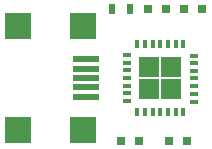
<source format=gbr>
G04 #@! TF.FileFunction,Paste,Top*
%FSLAX46Y46*%
G04 Gerber Fmt 4.6, Leading zero omitted, Abs format (unit mm)*
G04 Created by KiCad (PCBNEW (2015-02-03 BZR 5404)-product) date 2016-5-14 22:59:47*
%MOMM*%
G01*
G04 APERTURE LIST*
%ADD10C,0.150000*%
%ADD11R,0.800000X0.750000*%
%ADD12R,0.797560X0.797560*%
%ADD13R,0.500000X0.900000*%
%ADD14R,0.800100X0.350520*%
%ADD15R,0.350520X0.800100*%
%ADD16R,1.701800X1.701800*%
%ADD17R,2.197100X2.197100*%
%ADD18R,2.197100X0.497840*%
G04 APERTURE END LIST*
D10*
D11*
X198386000Y-156210000D03*
X199886000Y-156210000D03*
X203950000Y-156210000D03*
X202450000Y-156210000D03*
X205220000Y-145034000D03*
X203720000Y-145034000D03*
D12*
X200672700Y-145034000D03*
X202171300Y-145034000D03*
D13*
X197624000Y-145034000D03*
X199124000Y-145034000D03*
D14*
X198826120Y-149575520D03*
X198826120Y-150225760D03*
X198826120Y-150876000D03*
X198826120Y-151526240D03*
D15*
X199725280Y-153728420D03*
X200375520Y-153728420D03*
X201025760Y-153728420D03*
X201676000Y-153728420D03*
X202326240Y-153728420D03*
X202976480Y-153728420D03*
X203626720Y-153728420D03*
D14*
X198826120Y-148925280D03*
D16*
X200726040Y-151825960D03*
X200726040Y-149926040D03*
X202625960Y-149926040D03*
X202625960Y-151825960D03*
D14*
X204528420Y-152877520D03*
X204528420Y-152227280D03*
X204528420Y-151577040D03*
X204528420Y-150876000D03*
X204528420Y-150276560D03*
X204528420Y-149626320D03*
X204528420Y-148976080D03*
D15*
X203626720Y-148026120D03*
X202976480Y-148026120D03*
X202326240Y-148026120D03*
X201676000Y-148026120D03*
X201025760Y-148026120D03*
X200375520Y-148026120D03*
X199725280Y-148026120D03*
D14*
X198826120Y-152176480D03*
X198826120Y-152826720D03*
D17*
X195135500Y-155305760D03*
D18*
X195414900Y-149278340D03*
X195414900Y-150078440D03*
X195414900Y-150876000D03*
X195414900Y-151673560D03*
X195414900Y-152473660D03*
D17*
X195135500Y-146446240D03*
X189636400Y-146446240D03*
X189636400Y-155305760D03*
M02*

</source>
